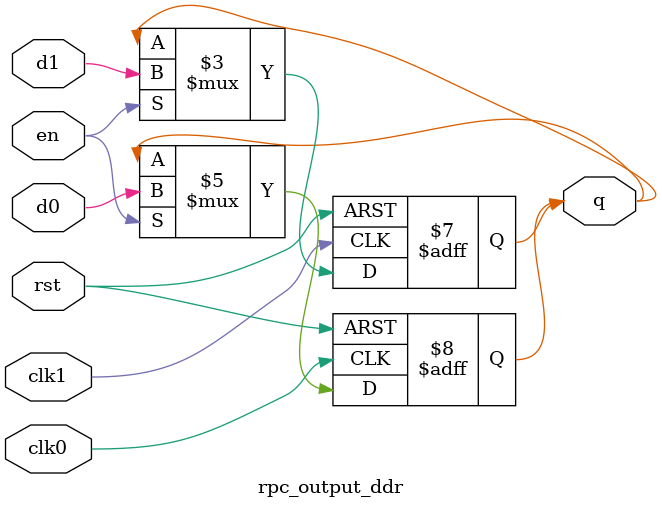
<source format=v>
/**************************************************************************
* Copyright (C)2013-2014 Spansion LLC All Rights Reserved. 
*
* This source code is owned and published by: 
* Spansion LLC 915 DeGuigne Dr. Sunnyvale, CA  94088-3453 ("Spansion").
*
* BY INSTALLING OR USING THIS HYPERBUS MASTER CONTROLLER RTL SOURCE CODE, 
* YOU AGREE TO BE BOUND BY ALL THE TERMS AND CONDITIONS SET FORTH IN SPANSION 
* LICENSE AGREEMENT AND BELOW.
*
* This source code is licensed by Spansion to be adapted only 
* for use in the development of HyperBus Master Controller. Spansion is not
* responsible for misuse or illegal use of this source code.  Spansion is 
* providing this source code "AS IS" and will not be responsible for issues 
* arising from incorrect user implementation of the source code herein.  
*
* SPANSION MAKES NO WARRANTY, EXPRESS OR IMPLIED, ARISING BY LAW OR OTHERWISE, 
* REGARDING THE SOURCE CODE, ITS PERFORMANCE OR SUITABILITY FOR YOUR INTENDED 
* USE, INCLUDING, WITHOUT LIMITATION, NO IMPLIED WARRANTY OF MERCHANTABILITY, 
* FITNESS FOR A  PARTICULAR PURPOSE OR USE, OR NONINFRINGEMENT.  SPANSION WILL 
* HAVE NO LIABILITY (WHETHER IN CONTRACT, WARRANTY, TORT, NEGLIGENCE OR 
* OTHERWISE) FOR ANY DAMAGES ARISING FROM USE OR INABILITY TO USE THE SOURCE CODE, 
* INCLUDING, WITHOUT LIMITATION, ANY DIRECT, INDIRECT, INCIDENTAL, 
* SPECIAL, OR CONSEQUENTIAL DAMAGES OR LOSS OF DATA, SAVINGS OR PROFITS, 
* EVEN IF SPANSION HAS BEEN ADVISED OF THE POSSIBILITY OF SUCH DAMAGES.  
*
* This source code may be replicated in part or whole for the licensed use, 
* with the restriction that this Copyright notice must be included with 
* this source code, whether used in part or whole, at all times.  
*/
//////////////////////////////////////////////////////////////////////////////
//  File name : rpc_output_ddr.v
//////////////////////////////////////////////////////////////////////////////
//  MODIFICATION HISTORY :
//
//  version:  | author:        |   date:    | changes made:
//    V1.0      yise             13 May 22    Initial release
//////////////////////////////////////////////////////////////////////////////

module rpc_output_ddr (/*AUTOARG*/
   // Outputs
   q,
   // Inputs
   rst, clk0, clk1, en, d0, d1
   );
   input rst;
   
   input clk0;
   input clk1;
   input en;
   input d0;  // data for clk0
   input d1;  // data for clk1
   output q;

`ifdef FPGA
   ODDR2 #(.SRTYPE("ASYNC"), .INIT(1'b1)) oddr2 (.Q(q),
                                                 //input
                                                 .D0(d0),
                                                 .D1(d1),
                                                 .C0(clk0),
                                                 .C1(clk1),
                                                 .CE(en),
                                                 .R(rst),
                                                 .S(1'b0)
                                                 );
`else
   /*AUTOREG*/
   // Beginning of automatic regs (for this module's undeclared outputs)
   reg                  q;
   // End of automatics

   always @(posedge clk0 or posedge rst) begin
      if (rst)
        q <= 1'b0;
      else if (en)
        q <= d0;
   end

   always @(posedge clk1 or posedge rst) begin
      if (rst)
        q <= 1'b0;
      else if (en)
        q <= d1;
   end
`endif
endmodule // rpc_output_ddr

</source>
